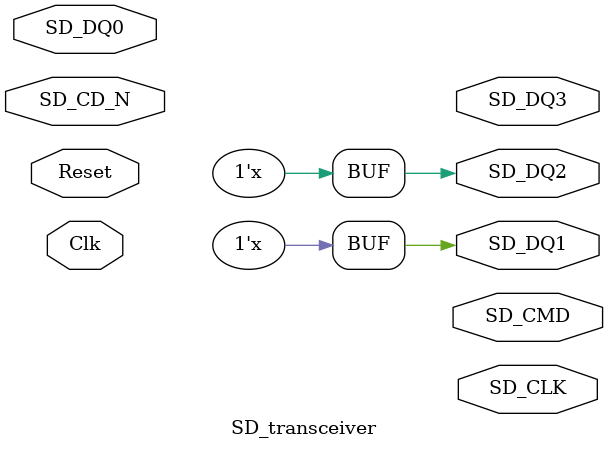
<source format=sv>
`timescale 1ns / 1ps


module SD_transceiver(
    input Clk, Reset,
    input SD_DQ0,  // MISO
    output SD_DQ3, // CS
    output SD_CMD, // MOSI,
    output SD_CLK, //SCLK 
    output SD_DQ1, SD_DQ2, // NC
    input SD_CD_N // Card detect active low
    );
    
    assign SD_DQ1 = 1'bz;
    assign SD_DQ2 = 1'bz;
    
    logic clk_50;
    logic mmcm_locked;
    
    clk_wiz_0 clock_wiz(
        // Clock out ports
        .clk_50(clk_50),     // output clk_50
        // Status and control signals
        .reset(Reset), // input reset
        .locked(mmcm_locked),       // output locked
       // Clock in ports
        .clk_in1(Clk)      // input 
    );
    
    ila_0 ila (
        .clk(Clk), // input wire clk
        .probe0({Clk, clk_50, SD_CD}) // input wire [2:0] 
    );
    
    enum logic [3:0] {S_init, S_DUMMYCLK_H, S_DUMMYCLK_L, S_TX_CMD0} S_state;
    logic [6:0] counter;
    
    always_ff @(posedge clk_50) begin
        if(Reset || SD_CD_N) begin
           S_state <= S_init;
           counter <= 0; 
        end
        else begin
            case (S_state)
            S_init: begin counter <= 0; S_state <= S_DUMMYCLK_H; end
            S_DUMMYCLK_H: begin /*SCLK High*/ S_state <= S_DUMMYCLK_L; end
            S_DUMMYCLK_L: begin
                /*SCLK LOW*/
                counter <= counter + 1;
                S_state <= S_DUMMYCLK_H;
                
                if (counter >= 100) S_state <= S_TX_CMD0;
            end
            
            S_TX_CMD0: S_state <= S_TX_CMD0; // TODO
            
            default S_state <= S_DUMMYCLK_H;
            endcase
        end
    end
    
endmodule

</source>
